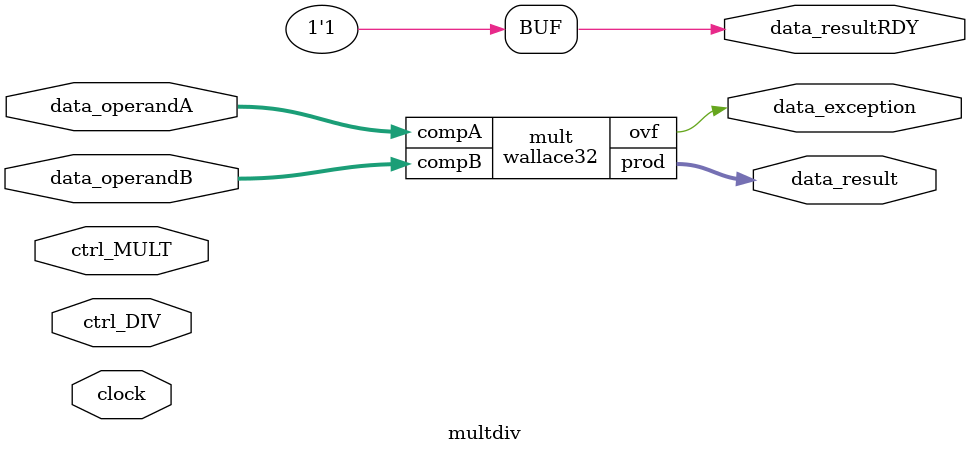
<source format=v>
/*module ovfchk(a_neq_b, b);
input [63:0] b; // Full product
output a_neq_b;

// Padd a w/ 0s if pos, 1's if neg
wire signed [63:0] x;
wire [31:0] a; // shortened product

assign a = b[31:0];
assign x[63:32] = a;
assign x[31:0] = 32'b0;
assign x = x>>>32;

wire a_eq_b;

assign a_eq_b = (x == b);
not(a_neq_b, a_eq_b);

endmodule*/

module half_adder(
    Data_in_A,
    Data_in_B,
    Data_out_Sum,
    Data_out_Carry
    );

    //what are the input ports.
    input Data_in_A;
    input Data_in_B;
    //What are the output ports.
    output Data_out_Sum;
     output Data_out_Carry;
     
     //Implement the Sum and Carry equations using Verilog Bit operators.
     assign Data_out_Sum = Data_in_A ^ Data_in_B;  //XOR operation
     assign Data_out_Carry = Data_in_A & Data_in_B; //AND operation
    
endmodule

module full_adder(
    Data_in_A,  //input A
    Data_in_B,  //input B
    Data_in_C,  //input C
     Data_out_Sum,
     Data_out_Carry
    );

    //what are the input ports.
    input Data_in_A;
    input Data_in_B;
     input Data_in_C;
    //What are the output ports.
    output Data_out_Sum;
     output Data_out_Carry;
     //Internal variables
     wire ha1_sum;
     wire ha2_sum;
     wire ha1_carry;
     wire ha2_carry;
     wire Data_out_Sum;
     wire Data_out_Carry;

     //Instantiate the half adder 1
    half_adder  ha1(
        .Data_in_A(Data_in_A),
        .Data_in_B(Data_in_B),
        .Data_out_Sum(ha1_sum),
        .Data_out_Carry(ha1_carry)
    );
    
    //Instantiate the half adder 2
    half_adder  ha2(
        .Data_in_A(Data_in_C),
        .Data_in_B(ha1_sum),
        .Data_out_Sum(ha2_sum),
        .Data_out_Carry(ha2_carry)
    );

    //sum output from 2nd half adder is connected to full adder output
    assign Data_out_Sum = ha2_sum;  
    //The carry's from both the half adders are OR'ed to get the final carry./
    assign Data_out_Carry = ha1_carry | ha2_carry;
    
endmodule

module wallace32(compA, compB, prod, ovf);
    input [31:0] compA, compB;
    output [31:0] prod;
	output ovf; // Overflow

	wire [63:0] p;

	// If MSB = 1 do twos comp
	wire [31:0] a, b;
	assign a = compA[31] ? (~compA) + 1 : compA; // 2s comp A to positive
	assign b = compB[31] ? (~compB) + 1 : compB; // 2s comp B to positive

	// Flag to check for 2s comp flip
	wire twosComp;
	assign twosComp = compA[31] ^ compB[31];

	wire [63:0] compProd;
	assign compProd = twosComp ? (~p) + 1 : p;

	// Check overflow into high 32 bits
	wire allones, allzeros, highBit, msb_match;
	assign allones = & compProd[63:32];
	assign allzeros = | compProd[63:32];
	assign topAllSame = allones ^ allzeros; //ovf = 1 if !allzeros and !allones
	assign msb_match = allzeros ^ compProd[31];
	assign ovf = topAllSame | msb_match; //signMismatch;// || zero2it;*/


	//Check if a != 0, b != 0, and p = 0 then ovf
	/*wire zeroOvf, zero2it;
	assign zeroOvf = a && b && ~p[31:0];

	//check signs match
	wire signMismatch;
	xor(signMismatch, a[31], b[31], p[31]); //(a[31] & b[31] & p[31]) | (a[31] & ~b[31] & ~p[31]) | (~a[31] & ~b[31] & p[31]) | (~a[31] & b[31] & ~p[31]);
	
	// Ovf if mismatch | highBit
	assign zero2it = (signMismatch == 0) && (zeroOvf == 1);
	assign ovf = signMismatch;*/


	//Assign lower half of p
	assign prod = compProd[31:0];


    wire Cout;

wire [32:0] c1;
wire [32:0] c2;
wire [32:0] c3;
wire [32:0] c4;
wire [32:0] c5;
wire [32:0] c6;
wire [32:0] c7;
wire [32:0] c8;
wire [32:0] c9;
wire [32:0] c10;
wire [32:0] c11;
wire [32:0] c12;
wire [32:0] c13;
wire [32:0] c14;
wire [32:0] c15;
wire [32:0] c16;
wire [32:0] c17;
wire [32:0] c18;
wire [32:0] c19;
wire [32:0] c20;
wire [32:0] c21;
wire [32:0] c22;
wire [32:0] c23;
wire [32:0] c24;
wire [32:0] c25;
wire [32:0] c26;
wire [32:0] c27;
wire [32:0] c28;
wire [32:0] c29;
wire [32:0] c30;
wire [32:0] c31;
wire [32:0] c32;
assign c1[0] = 1'b0;
assign c2[0] = 1'b0;
assign c3[0] = 1'b0;
assign c4[0] = 1'b0;
assign c5[0] = 1'b0;
assign c6[0] = 1'b0;
assign c7[0] = 1'b0;
assign c8[0] = 1'b0;
assign c9[0] = 1'b0;
assign c10[0] = 1'b0;
assign c11[0] = 1'b0;
assign c12[0] = 1'b0;
assign c13[0] = 1'b0;
assign c14[0] = 1'b0;
assign c15[0] = 1'b0;
assign c16[0] = 1'b0;
assign c17[0] = 1'b0;
assign c18[0] = 1'b0;
assign c19[0] = 1'b0;
assign c20[0] = 1'b0;
assign c21[0] = 1'b0;
assign c22[0] = 1'b0;
assign c23[0] = 1'b0;
assign c24[0] = 1'b0;
assign c25[0] = 1'b0;
assign c26[0] = 1'b0;
assign c27[0] = 1'b0;
assign c28[0] = 1'b0;
assign c29[0] = 1'b0;
assign c30[0] = 1'b0;
assign c31[0] = 1'b0;
assign c32[0] = 1'b0;
wire [32:0] s1;
wire [32:0] s2;
wire [32:0] s3;
wire [32:0] s4;
wire [32:0] s5;
wire [32:0] s6;
wire [32:0] s7;
wire [32:0] s8;
wire [32:0] s9;
wire [32:0] s10;
wire [32:0] s11;
wire [32:0] s12;
wire [32:0] s13;
wire [32:0] s14;
wire [32:0] s15;
wire [32:0] s16;
wire [32:0] s17;
wire [32:0] s18;
wire [32:0] s19;
wire [32:0] s20;
wire [32:0] s21;
wire [32:0] s22;
wire [32:0] s23;
wire [32:0] s24;
wire [32:0] s25;
wire [32:0] s26;
wire [32:0] s27;
wire [32:0] s28;
wire [32:0] s29;
wire [32:0] s30;
wire [32:0] s31;
wire [32:0] s32;
wire [32:0] s33;
wire [31:0] w1;
wire [31:0] w2;
wire [31:0] w3;
wire [31:0] w4;
wire [31:0] w5;
wire [31:0] w6;
wire [31:0] w7;
wire [31:0] w8;
wire [31:0] w9;
wire [31:0] w10;
wire [31:0] w11;
wire [31:0] w12;
wire [31:0] w13;
wire [31:0] w14;
wire [31:0] w15;
wire [31:0] w16;
wire [31:0] w17;
wire [31:0] w18;
wire [31:0] w19;
wire [31:0] w20;
wire [31:0] w21;
wire [31:0] w22;
wire [31:0] w23;
wire [31:0] w24;
wire [31:0] w25;
wire [31:0] w26;
wire [31:0] w27;
wire [31:0] w28;
wire [31:0] w29;
wire [31:0] w30;
wire [31:0] w31;
wire [31:0] w32;

    genvar i;
    generate
        for (i = 0; i < 32; i = i + 1) begin
            assign s1[i] = a[i] & b[0];
        end
    endgenerate

//--------------- LVL 2 --------------------------
genvar ab;
generate
	for (ab = 0; ab < 31; ab = ab + 1) begin
		assign w1[ab] = a[ab] & b[1];
		full_adder f2(w1[ab], s1[ab + 1], c1[ab], s2[ab], c1[ab + 1]);
	end
endgenerate
assign w1[31] = a[31] & b[1];
full_adder f313(w1[31], 1'b0, c1[31], s2[31], c1[32]);

//--------------- LVL 3 --------------------------
genvar ac;
generate
	for (ac = 0; ac < 31; ac = ac + 1) begin
		assign w2[ac] = a[ac] & b[2];
		full_adder f3(w2[ac], s2[ac + 1], c2[ac], s3[ac], c2[ac + 1]);
	end
endgenerate
assign w2[31] = a[31] & b[2];
full_adder f314(w2[31], c1[32], c2[31], s3[31], c2[32]);

//--------------- LVL 4 --------------------------
genvar ad;
generate
	for (ad = 0; ad < 31; ad = ad + 1) begin
		assign w3[ad] = a[ad] & b[3];
		full_adder f4(w3[ad], s3[ad + 1], c3[ad], s4[ad], c3[ad + 1]);
	end
endgenerate
assign w3[31] = a[31] & b[3];
full_adder f315(w3[31], c2[32], c3[31], s4[31], c3[32]);

//--------------- LVL 5 --------------------------
genvar ae;
generate
	for (ae = 0; ae < 31; ae = ae + 1) begin
		assign w4[ae] = a[ae] & b[4];
		full_adder f5(w4[ae], s4[ae + 1], c4[ae], s5[ae], c4[ae + 1]);
	end
endgenerate
assign w4[31] = a[31] & b[4];
full_adder f316(w4[31], c3[32], c4[31], s5[31], c4[32]);

//--------------- LVL 6 --------------------------
genvar af;
generate
	for (af = 0; af < 31; af = af + 1) begin
		assign w5[af] = a[af] & b[5];
		full_adder f6(w5[af], s5[af + 1], c5[af], s6[af], c5[af + 1]);
	end
endgenerate
assign w5[31] = a[31] & b[5];
full_adder f317(w5[31], c4[32], c5[31], s6[31], c5[32]);

//--------------- LVL 7 --------------------------
genvar ag;
generate
	for (ag = 0; ag < 31; ag = ag + 1) begin
		assign w6[ag] = a[ag] & b[6];
		full_adder f7(w6[ag], s6[ag + 1], c6[ag], s7[ag], c6[ag + 1]);
	end
endgenerate
assign w6[31] = a[31] & b[6];
full_adder f318(w6[31], c5[32], c6[31], s7[31], c6[32]);

//--------------- LVL 8 --------------------------
genvar ah;
generate
	for (ah = 0; ah < 31; ah = ah + 1) begin
		assign w7[ah] = a[ah] & b[7];
		full_adder f8(w7[ah], s7[ah + 1], c7[ah], s8[ah], c7[ah + 1]);
	end
endgenerate
assign w7[31] = a[31] & b[7];
full_adder f319(w7[31], c6[32], c7[31], s8[31], c7[32]);

//--------------- LVL 9 --------------------------
genvar ai;
generate
	for (ai = 0; ai < 31; ai = ai + 1) begin
		assign w8[ai] = a[ai] & b[8];
		full_adder f9(w8[ai], s8[ai + 1], c8[ai], s9[ai], c8[ai + 1]);
	end
endgenerate
assign w8[31] = a[31] & b[8];
full_adder f3110(w8[31], c7[32], c8[31], s9[31], c8[32]);

//--------------- LVL 10 --------------------------
genvar aj;
generate
	for (aj = 0; aj < 31; aj = aj + 1) begin
		assign w9[aj] = a[aj] & b[9];
		full_adder f10(w9[aj], s9[aj + 1], c9[aj], s10[aj], c9[aj + 1]);
	end
endgenerate
assign w9[31] = a[31] & b[9];
full_adder f3111(w9[31], c8[32], c9[31], s10[31], c9[32]);

//--------------- LVL 11 --------------------------
genvar ak;
generate
	for (ak = 0; ak < 31; ak = ak + 1) begin
		assign w10[ak] = a[ak] & b[10];
		full_adder f11(w10[ak], s10[ak + 1], c10[ak], s11[ak], c10[ak + 1]);
	end
endgenerate
assign w10[31] = a[31] & b[10];
full_adder f3112(w10[31], c9[32], c10[31], s11[31], c10[32]);

//--------------- LVL 12 --------------------------
genvar al;
generate
	for (al = 0; al < 31; al = al + 1) begin
		assign w11[al] = a[al] & b[11];
		full_adder f12(w11[al], s11[al + 1], c11[al], s12[al], c11[al + 1]);
	end
endgenerate
assign w11[31] = a[31] & b[11];
full_adder f3113(w11[31], c10[32], c11[31], s12[31], c11[32]);

//--------------- LVL 13 --------------------------
genvar am;
generate
	for (am = 0; am < 31; am = am + 1) begin
		assign w12[am] = a[am] & b[12];
		full_adder f13(w12[am], s12[am + 1], c12[am], s13[am], c12[am + 1]);
	end
endgenerate
assign w12[31] = a[31] & b[12];
full_adder f3114(w12[31], c11[32], c12[31], s13[31], c12[32]);

//--------------- LVL 14 --------------------------
genvar an;
generate
	for (an = 0; an < 31; an = an + 1) begin
		assign w13[an] = a[an] & b[13];
		full_adder f14(w13[an], s13[an + 1], c13[an], s14[an], c13[an + 1]);
	end
endgenerate
assign w13[31] = a[31] & b[13];
full_adder f3115(w13[31], c12[32], c13[31], s14[31], c13[32]);

//--------------- LVL 15 --------------------------
genvar ao;
generate
	for (ao = 0; ao < 31; ao = ao + 1) begin
		assign w14[ao] = a[ao] & b[14];
		full_adder f15(w14[ao], s14[ao + 1], c14[ao], s15[ao], c14[ao + 1]);
	end
endgenerate
assign w14[31] = a[31] & b[14];
full_adder f3116(w14[31], c13[32], c14[31], s15[31], c14[32]);

//--------------- LVL 16 --------------------------
genvar ap;
generate
	for (ap = 0; ap < 31; ap = ap + 1) begin
		assign w15[ap] = a[ap] & b[15];
		full_adder f16(w15[ap], s15[ap + 1], c15[ap], s16[ap], c15[ap + 1]);
	end
endgenerate
assign w15[31] = a[31] & b[15];
full_adder f3117(w15[31], c14[32], c15[31], s16[31], c15[32]);

//--------------- LVL 17 --------------------------
genvar aq;
generate
	for (aq = 0; aq < 31; aq = aq + 1) begin
		assign w16[aq] = a[aq] & b[16];
		full_adder f17(w16[aq], s16[aq + 1], c16[aq], s17[aq], c16[aq + 1]);
	end
endgenerate
assign w16[31] = a[31] & b[16];
full_adder f3118(w16[31], c15[32], c16[31], s17[31], c16[32]);

//--------------- LVL 18 --------------------------
genvar ar;
generate
	for (ar = 0; ar < 31; ar = ar + 1) begin
		assign w17[ar] = a[ar] & b[17];
		full_adder f18(w17[ar], s17[ar + 1], c17[ar], s18[ar], c17[ar + 1]);
	end
endgenerate
assign w17[31] = a[31] & b[17];
full_adder f3119(w17[31], c16[32], c17[31], s18[31], c17[32]);

//--------------- LVL 19 --------------------------
genvar as;
generate
	for (as = 0; as < 31; as = as + 1) begin
		assign w18[as] = a[as] & b[18];
		full_adder f19(w18[as], s18[as + 1], c18[as], s19[as], c18[as + 1]);
	end
endgenerate
assign w18[31] = a[31] & b[18];
full_adder f3120(w18[31], c17[32], c18[31], s19[31], c18[32]);

//--------------- LVL 20 --------------------------
genvar at;
generate
	for (at = 0; at < 31; at = at + 1) begin
		assign w19[at] = a[at] & b[19];
		full_adder f20(w19[at], s19[at + 1], c19[at], s20[at], c19[at + 1]);
	end
endgenerate
assign w19[31] = a[31] & b[19];
full_adder f3121(w19[31], c18[32], c19[31], s20[31], c19[32]);

//--------------- LVL 21 --------------------------
genvar au;
generate
	for (au = 0; au < 31; au = au + 1) begin
		assign w20[au] = a[au] & b[20];
		full_adder f21(w20[au], s20[au + 1], c20[au], s21[au], c20[au + 1]);
	end
endgenerate
assign w20[31] = a[31] & b[20];
full_adder f3122(w20[31], c19[32], c20[31], s21[31], c20[32]);

//--------------- LVL 22 --------------------------
genvar av;
generate
	for (av = 0; av < 31; av = av + 1) begin
		assign w21[av] = a[av] & b[21];
		full_adder f22(w21[av], s21[av + 1], c21[av], s22[av], c21[av + 1]);
	end
endgenerate
assign w21[31] = a[31] & b[21];
full_adder f3123(w21[31], c20[32], c21[31], s22[31], c21[32]);

//--------------- LVL 23 --------------------------
genvar aw;
generate
	for (aw = 0; aw < 31; aw = aw + 1) begin
		assign w22[aw] = a[aw] & b[22];
		full_adder f23(w22[aw], s22[aw + 1], c22[aw], s23[aw], c22[aw + 1]);
	end
endgenerate
assign w22[31] = a[31] & b[22];
full_adder f3124(w22[31], c21[32], c22[31], s23[31], c22[32]);

//--------------- LVL 24 --------------------------
genvar ax;
generate
	for (ax = 0; ax < 31; ax = ax + 1) begin
		assign w23[ax] = a[ax] & b[23];
		full_adder f24(w23[ax], s23[ax + 1], c23[ax], s24[ax], c23[ax + 1]);
	end
endgenerate
assign w23[31] = a[31] & b[23];
full_adder f3125(w23[31], c22[32], c23[31], s24[31], c23[32]);

//--------------- LVL 25 --------------------------
genvar ay;
generate
	for (ay = 0; ay < 31; ay = ay + 1) begin
		assign w24[ay] = a[ay] & b[24];
		full_adder f25(w24[ay], s24[ay + 1], c24[ay], s25[ay], c24[ay + 1]);
	end
endgenerate
assign w24[31] = a[31] & b[24];
full_adder f3126(w24[31], c23[32], c24[31], s25[31], c24[32]);

//--------------- LVL 26 --------------------------
genvar az;
generate
	for (az = 0; az < 31; az = az + 1) begin
		assign w25[az] = a[az] & b[25];
		full_adder f26(w25[az], s25[az + 1], c25[az], s26[az], c25[az + 1]);
	end
endgenerate
assign w25[31] = a[31] & b[25];
full_adder f3127(w25[31], c24[32], c25[31], s26[31], c25[32]);

//--------------- LVL 27 --------------------------
genvar ba;
generate
	for (ba = 0; ba < 31; ba = ba + 1) begin
		assign w26[ba] = a[ba] & b[26];
		full_adder f27(w26[ba], s26[ba + 1], c26[ba], s27[ba], c26[ba + 1]);
	end
endgenerate
assign w26[31] = a[31] & b[26];
full_adder f3128(w26[31], c25[32], c26[31], s27[31], c26[32]);

//--------------- LVL 28 --------------------------
genvar bb;
generate
	for (bb = 0; bb < 31; bb = bb + 1) begin
		assign w27[bb] = a[bb] & b[27];
		full_adder f28(w27[bb], s27[bb + 1], c27[bb], s28[bb], c27[bb + 1]);
	end
endgenerate
assign w27[31] = a[31] & b[27];
full_adder f3129(w27[31], c26[32], c27[31], s28[31], c27[32]);

//--------------- LVL 29 --------------------------
genvar bc;
generate
	for (bc = 0; bc < 31; bc = bc + 1) begin
		assign w28[bc] = a[bc] & b[28];
		full_adder f29(w28[bc], s28[bc + 1], c28[bc], s29[bc], c28[bc + 1]);
	end
endgenerate
assign w28[31] = a[31] & b[28];
full_adder f3130(w28[31], c27[32], c28[31], s29[31], c28[32]);

//--------------- LVL 30 --------------------------
genvar bd;
generate
	for (bd = 0; bd < 31; bd = bd + 1) begin
		assign w29[bd] = a[bd] & b[29];
		full_adder f30(w29[bd], s29[bd + 1], c29[bd], s30[bd], c29[bd + 1]);
	end
endgenerate
assign w29[31] = a[31] & b[29];
full_adder f3131(w29[31], c28[32], c29[31], s30[31], c29[32]);

//--------------- LVL 31 --------------------------
genvar be;
generate
	for (be = 0; be < 31; be = be + 1) begin
		assign w30[be] = a[be] & b[30];
		full_adder f31(w30[be], s30[be + 1], c30[be], s31[be], c30[be + 1]);
	end
endgenerate
assign w30[31] = a[31] & b[30];
full_adder f3132(w30[31], c29[32], c30[31], s31[31], c30[32]);

//--------------- LVL 32 --------------------------
genvar bf;
generate
	for (bf = 0; bf < 31; bf = bf + 1) begin
		assign w31[bf] = a[bf] & b[31];
		full_adder f32(w31[bf], s31[bf + 1], c31[bf], s32[bf], c31[bf + 1]);
	end
endgenerate
assign w31[31] = a[31] & b[31];
full_adder f3133(w31[31], c30[32], c31[31], s32[31], c31[32]);

genvar m; 
    generate
        for (m = 0; m < 31; m = m + 1) begin
            assign w32[m] = a[m] & 1'b0;
            full_adder fend(w32[m], s32[m + 1], c32[m], s33[m], c32[m + 1]);
        end
    endgenerate

    assign w32[31] = a[31] & 1'b0;
    full_adder fend2(w32[31], c31[32], c32[31], s33[31], Cout);

    // Assign outputs
assign p[0] = s1[0];
assign p[1] = s2[0];
assign p[2] = s3[0];
assign p[3] = s4[0];
assign p[4] = s5[0];
assign p[5] = s6[0];
assign p[6] = s7[0];
assign p[7] = s8[0];
assign p[8] = s9[0];
assign p[9] = s10[0];
assign p[10] = s11[0];
assign p[11] = s12[0];
assign p[12] = s13[0];
assign p[13] = s14[0];
assign p[14] = s15[0];
assign p[15] = s16[0];
assign p[16] = s17[0];
assign p[17] = s18[0];
assign p[18] = s19[0];
assign p[19] = s20[0];
assign p[20] = s21[0];
assign p[21] = s22[0];
assign p[22] = s23[0];
assign p[23] = s24[0];
assign p[24] = s25[0];
assign p[25] = s26[0];
assign p[26] = s27[0];
assign p[27] = s28[0];
assign p[28] = s29[0];
assign p[29] = s30[0];
assign p[30] = s31[0];
assign p[31] = s32[0];
assign p[32] = s33[0];
assign p[33] = s33[0];
assign p[34] = s33[1];
assign p[35] = s33[2];
assign p[36] = s33[3];
assign p[37] = s33[4];
assign p[38] = s33[5];
assign p[39] = s33[6];
assign p[40] = s33[7];
assign p[41] = s33[8];
assign p[42] = s33[9];
assign p[43] = s33[10];
assign p[44] = s33[11];
assign p[45] = s33[12];
assign p[46] = s33[13];
assign p[47] = s33[14];
assign p[48] = s33[15];
assign p[49] = s33[16];
assign p[50] = s33[17];
assign p[51] = s33[18];
assign p[52] = s33[19];
assign p[53] = s33[20];
assign p[54] = s33[21];
assign p[55] = s33[22];
assign p[56] = s33[23];
assign p[57] = s33[24];
assign p[58] = s33[25];
assign p[59] = s33[26];
assign p[60] = s33[27];
assign p[61] = s33[28];
assign p[62] = s33[29];
assign p[63] = s33[30];

endmodule
module multdiv(
	data_operandA, data_operandB, 
	ctrl_MULT, ctrl_DIV, 
	clock, 
	data_result, data_exception, data_resultRDY);

    input [31:0] data_operandA, data_operandB;
    input ctrl_MULT, ctrl_DIV, clock;

    output [31:0] data_result;
    output data_exception, data_resultRDY;

    // add your code here
    wallace32 mult(data_operandA, data_operandB, data_result, data_exception);

    //assign data_result = res[31:0];
    //assign data_exception = 1'b0;
    assign data_resultRDY = 1'b1;

endmodule
</source>
